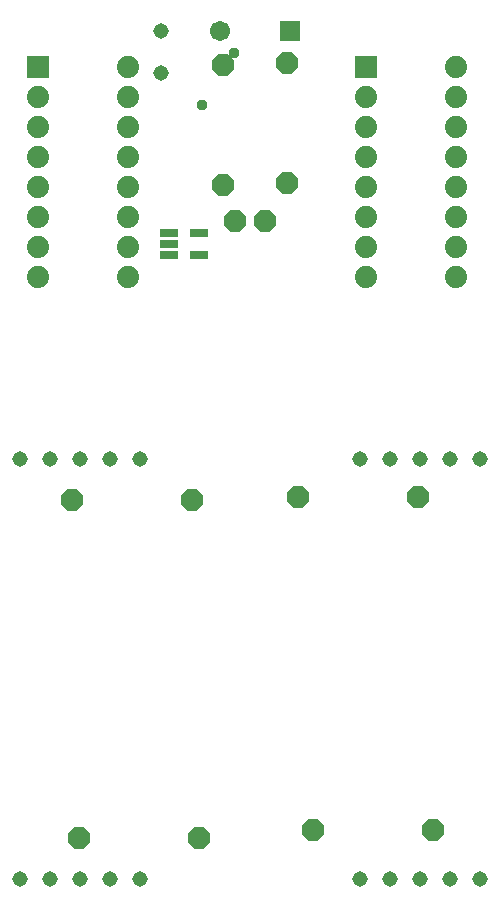
<source format=gts>
G75*
%MOIN*%
%OFA0B0*%
%FSLAX25Y25*%
%IPPOS*%
%LPD*%
%AMOC8*
5,1,8,0,0,1.08239X$1,22.5*
%
%ADD10OC8,0.07100*%
%ADD11OC8,0.07400*%
%ADD12C,0.05162*%
%ADD13R,0.07400X0.07400*%
%ADD14C,0.07400*%
%ADD15R,0.06000X0.03000*%
%ADD16C,0.06706*%
%ADD17R,0.06706X0.06706*%
%ADD18C,0.03778*%
D10*
X0088835Y0244740D03*
X0098835Y0244740D03*
D11*
X0106079Y0257575D03*
X0084898Y0256787D03*
X0084898Y0296787D03*
X0106079Y0297575D03*
X0109937Y0153008D03*
X0074346Y0151827D03*
X0034346Y0151827D03*
X0036709Y0039150D03*
X0076709Y0039150D03*
X0114661Y0041906D03*
X0154661Y0041906D03*
X0149937Y0153008D03*
D12*
X0017024Y0025685D03*
X0027024Y0025685D03*
X0037024Y0025685D03*
X0047024Y0025685D03*
X0057024Y0025685D03*
X0130409Y0025685D03*
X0140409Y0025685D03*
X0150409Y0025685D03*
X0160409Y0025685D03*
X0170409Y0025685D03*
X0170409Y0165685D03*
X0160409Y0165685D03*
X0150409Y0165685D03*
X0140409Y0165685D03*
X0130409Y0165685D03*
X0057024Y0165685D03*
X0047024Y0165685D03*
X0037024Y0165685D03*
X0027024Y0165685D03*
X0017024Y0165685D03*
X0063992Y0294307D03*
X0063992Y0308087D03*
D13*
X0023047Y0296118D03*
X0132339Y0296118D03*
D14*
X0132339Y0286118D03*
X0132339Y0276118D03*
X0132339Y0266118D03*
X0132339Y0256118D03*
X0132339Y0246118D03*
X0132339Y0236118D03*
X0132339Y0226118D03*
X0162339Y0226118D03*
X0162339Y0236118D03*
X0162339Y0246118D03*
X0162339Y0256118D03*
X0162339Y0266118D03*
X0162339Y0276118D03*
X0162339Y0286118D03*
X0162339Y0296118D03*
X0053047Y0296118D03*
X0053047Y0286118D03*
X0053047Y0276118D03*
X0053047Y0266118D03*
X0053047Y0256118D03*
X0053047Y0246118D03*
X0053047Y0236118D03*
X0053047Y0226118D03*
X0023047Y0226118D03*
X0023047Y0236118D03*
X0023047Y0246118D03*
X0023047Y0256118D03*
X0023047Y0266118D03*
X0023047Y0276118D03*
X0023047Y0286118D03*
D15*
X0066866Y0240920D03*
X0066866Y0237220D03*
X0066866Y0233520D03*
X0076866Y0233520D03*
X0076866Y0240920D03*
D16*
X0083677Y0308087D03*
D17*
X0107299Y0308087D03*
D18*
X0088600Y0301000D03*
X0077800Y0283600D03*
M02*

</source>
